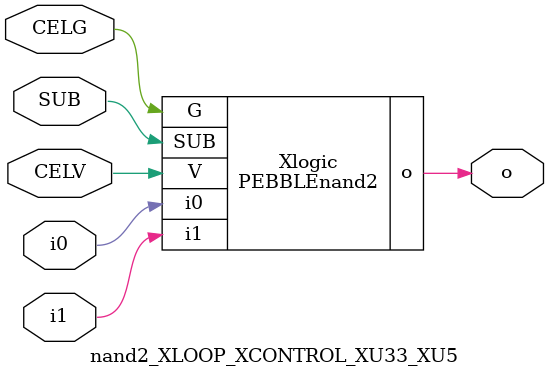
<source format=v>



module PEBBLEnand2 ( o, G, SUB, V, i0, i1 );

  input i0;
  input V;
  input i1;
  input G;
  output o;
  input SUB;
endmodule

//Celera Confidential Do Not Copy nand2_XLOOP_XCONTROL_XU33_XU5
//Celera Confidential Symbol Generator
//5V NAND2
module nand2_XLOOP_XCONTROL_XU33_XU5 (CELV,CELG,i0,i1,o,SUB);
input CELV;
input CELG;
input i0;
input i1;
input SUB;
output o;

//Celera Confidential Do Not Copy nand2
PEBBLEnand2 Xlogic(
.V (CELV),
.i0 (i0),
.i1 (i1),
.o (o),
.SUB (SUB),
.G (CELG)
);
//,diesize,PEBBLEnand2

//Celera Confidential Do Not Copy Module End
//Celera Schematic Generator
endmodule

</source>
